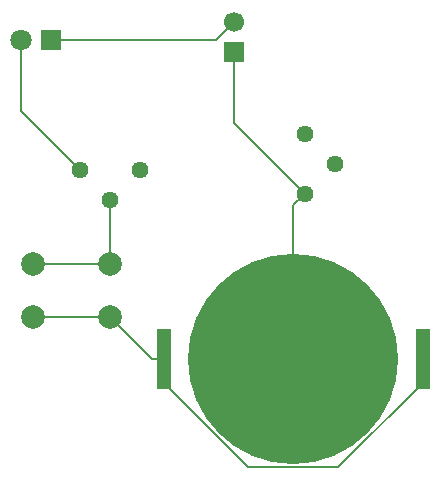
<source format=gbr>
%TF.GenerationSoftware,KiCad,Pcbnew,9.0.1*%
%TF.CreationDate,2025-05-03T21:28:02-04:00*%
%TF.ProjectId,project-2,70726f6a-6563-4742-9d32-2e6b69636164,rev?*%
%TF.SameCoordinates,Original*%
%TF.FileFunction,Copper,L1,Top*%
%TF.FilePolarity,Positive*%
%FSLAX46Y46*%
G04 Gerber Fmt 4.6, Leading zero omitted, Abs format (unit mm)*
G04 Created by KiCad (PCBNEW 9.0.1) date 2025-05-03 21:28:02*
%MOMM*%
%LPD*%
G01*
G04 APERTURE LIST*
%TA.AperFunction,ComponentPad*%
%ADD10C,1.440000*%
%TD*%
%TA.AperFunction,ComponentPad*%
%ADD11R,1.800000X1.800000*%
%TD*%
%TA.AperFunction,ComponentPad*%
%ADD12C,1.800000*%
%TD*%
%TA.AperFunction,ComponentPad*%
%ADD13R,1.700000X1.700000*%
%TD*%
%TA.AperFunction,ComponentPad*%
%ADD14C,1.700000*%
%TD*%
%TA.AperFunction,ComponentPad*%
%ADD15C,2.000000*%
%TD*%
%TA.AperFunction,SMDPad,CuDef*%
%ADD16R,1.270000X5.080000*%
%TD*%
%TA.AperFunction,SMDPad,CuDef*%
%ADD17C,17.800000*%
%TD*%
%TA.AperFunction,Conductor*%
%ADD18C,0.200000*%
%TD*%
G04 APERTURE END LIST*
D10*
%TO.P,RV1,1,1*%
%TO.N,Net-(D1-A)*%
X195960000Y-85560000D03*
%TO.P,RV1,2,2*%
%TO.N,Net-(RV1-Pad2)*%
X198500000Y-88100000D03*
%TO.P,RV1,3,3*%
%TO.N,unconnected-(RV1-Pad3)*%
X201040000Y-85560000D03*
%TD*%
D11*
%TO.P,D1,1,K*%
%TO.N,Net-(D1-K)*%
X193500000Y-74500000D03*
D12*
%TO.P,D1,2,A*%
%TO.N,Net-(D1-A)*%
X190960000Y-74500000D03*
%TD*%
D13*
%TO.P,M1,1,+*%
%TO.N,Net-(BT1--)*%
X209000000Y-75500000D03*
D14*
%TO.P,M1,2,-*%
%TO.N,Net-(D1-K)*%
X209000000Y-72960000D03*
%TD*%
D10*
%TO.P,RV2,1,1*%
%TO.N,Net-(BT1--)*%
X214960000Y-87540000D03*
%TO.P,RV2,2,2*%
%TO.N,unconnected-(RV2-Pad2)*%
X217500000Y-85000000D03*
%TO.P,RV2,3,3*%
%TO.N,unconnected-(RV2-Pad3)*%
X214960000Y-82460000D03*
%TD*%
D15*
%TO.P,SW1,1,1*%
%TO.N,Net-(BT1-+)*%
X198500000Y-98000000D03*
X192000000Y-98000000D03*
%TO.P,SW1,2,2*%
%TO.N,Net-(RV1-Pad2)*%
X198500000Y-93500000D03*
X192000000Y-93500000D03*
%TD*%
D16*
%TO.P,BT1,1,+*%
%TO.N,Net-(BT1-+)*%
X203015000Y-101500000D03*
X224985000Y-101500000D03*
D17*
%TO.P,BT1,2,-*%
%TO.N,Net-(BT1--)*%
X214000000Y-101500000D03*
%TD*%
D18*
%TO.N,Net-(BT1-+)*%
X198500000Y-98000000D02*
X202000000Y-101500000D01*
X202000000Y-101500000D02*
X203015000Y-101500000D01*
X210188821Y-110701000D02*
X217811179Y-110701000D01*
X224985000Y-103527179D02*
X224985000Y-101500000D01*
X203015000Y-101500000D02*
X203015000Y-103527179D01*
X217811179Y-110701000D02*
X224985000Y-103527179D01*
X198500000Y-98000000D02*
X192000000Y-98000000D01*
X203015000Y-103527179D02*
X210188821Y-110701000D01*
%TO.N,Net-(BT1--)*%
X214000000Y-101500000D02*
X214000000Y-88500000D01*
X214960000Y-87540000D02*
X209000000Y-81580000D01*
X214000000Y-88500000D02*
X214960000Y-87540000D01*
X209000000Y-81580000D02*
X209000000Y-75500000D01*
%TO.N,Net-(D1-K)*%
X193500000Y-74500000D02*
X207460000Y-74500000D01*
X207460000Y-74500000D02*
X209000000Y-72960000D01*
%TO.N,Net-(D1-A)*%
X190960000Y-74500000D02*
X190960000Y-80560000D01*
X190960000Y-80560000D02*
X195960000Y-85560000D01*
%TO.N,Net-(RV1-Pad2)*%
X198500000Y-93500000D02*
X192000000Y-93500000D01*
X198500000Y-88100000D02*
X198500000Y-93500000D01*
%TD*%
M02*

</source>
